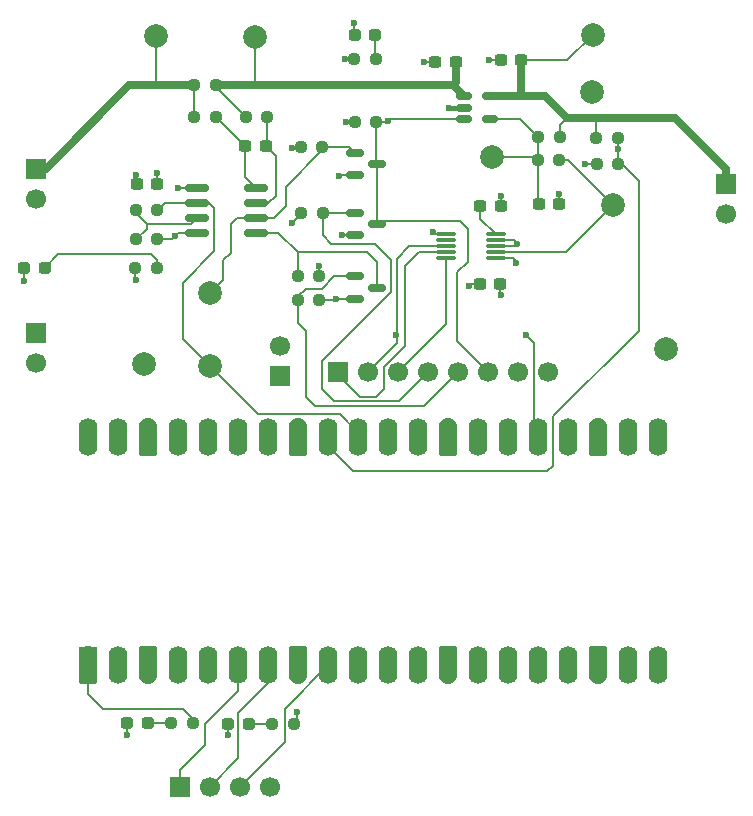
<source format=gbr>
%TF.GenerationSoftware,KiCad,Pcbnew,9.0.2-9.0.2-0~ubuntu24.04.1*%
%TF.CreationDate,2025-05-10T13:12:50-04:00*%
%TF.ProjectId,lt3014-test,6c743330-3134-42d7-9465-73742e6b6963,rev?*%
%TF.SameCoordinates,Original*%
%TF.FileFunction,Copper,L1,Top*%
%TF.FilePolarity,Positive*%
%FSLAX46Y46*%
G04 Gerber Fmt 4.6, Leading zero omitted, Abs format (unit mm)*
G04 Created by KiCad (PCBNEW 9.0.2-9.0.2-0~ubuntu24.04.1) date 2025-05-10 13:12:50*
%MOMM*%
%LPD*%
G01*
G04 APERTURE LIST*
G04 Aperture macros list*
%AMRoundRect*
0 Rectangle with rounded corners*
0 $1 Rounding radius*
0 $2 $3 $4 $5 $6 $7 $8 $9 X,Y pos of 4 corners*
0 Add a 4 corners polygon primitive as box body*
4,1,4,$2,$3,$4,$5,$6,$7,$8,$9,$2,$3,0*
0 Add four circle primitives for the rounded corners*
1,1,$1+$1,$2,$3*
1,1,$1+$1,$4,$5*
1,1,$1+$1,$6,$7*
1,1,$1+$1,$8,$9*
0 Add four rect primitives between the rounded corners*
20,1,$1+$1,$2,$3,$4,$5,0*
20,1,$1+$1,$4,$5,$6,$7,0*
20,1,$1+$1,$6,$7,$8,$9,0*
20,1,$1+$1,$8,$9,$2,$3,0*%
%AMFreePoly0*
4,1,37,0.800000,0.796148,0.878414,0.796148,1.032228,0.765552,1.177117,0.705537,1.307515,0.618408,1.418408,0.507515,1.505537,0.377117,1.565552,0.232228,1.596148,0.078414,1.596148,-0.078414,1.565552,-0.232228,1.505537,-0.377117,1.418408,-0.507515,1.307515,-0.618408,1.177117,-0.705537,1.032228,-0.765552,0.878414,-0.796148,0.800000,-0.796148,0.800000,-0.800000,-1.400000,-0.800000,
-1.403843,-0.796157,-1.439018,-0.796157,-1.511114,-0.766294,-1.566294,-0.711114,-1.596157,-0.639018,-1.596157,-0.603843,-1.600000,-0.600000,-1.600000,0.600000,-1.596157,0.603843,-1.596157,0.639018,-1.566294,0.711114,-1.511114,0.766294,-1.439018,0.796157,-1.403843,0.796157,-1.400000,0.800000,0.800000,0.800000,0.800000,0.796148,0.800000,0.796148,$1*%
%AMFreePoly1*
4,1,37,1.403843,0.796157,1.439018,0.796157,1.511114,0.766294,1.566294,0.711114,1.596157,0.639018,1.596157,0.603843,1.600000,0.600000,1.600000,-0.600000,1.596157,-0.603843,1.596157,-0.639018,1.566294,-0.711114,1.511114,-0.766294,1.439018,-0.796157,1.403843,-0.796157,1.400000,-0.800000,-0.800000,-0.800000,-0.800000,-0.796148,-0.878414,-0.796148,-1.032228,-0.765552,-1.177117,-0.705537,
-1.307515,-0.618408,-1.418408,-0.507515,-1.505537,-0.377117,-1.565552,-0.232228,-1.596148,-0.078414,-1.596148,0.078414,-1.565552,0.232228,-1.505537,0.377117,-1.418408,0.507515,-1.307515,0.618408,-1.177117,0.705537,-1.032228,0.765552,-0.878414,0.796148,-0.800000,0.796148,-0.800000,0.800000,1.400000,0.800000,1.403843,0.796157,1.403843,0.796157,$1*%
%AMFreePoly2*
4,1,37,0.603843,0.796157,0.639018,0.796157,0.711114,0.766294,0.766294,0.711114,0.796157,0.639018,0.796157,0.603843,0.800000,0.600000,0.800000,-0.600000,0.796157,-0.603843,0.796157,-0.639018,0.766294,-0.711114,0.711114,-0.766294,0.639018,-0.796157,0.603843,-0.796157,0.600000,-0.800000,0.000000,-0.800000,0.000000,-0.796148,-0.078414,-0.796148,-0.232228,-0.765552,-0.377117,-0.705537,
-0.507515,-0.618408,-0.618408,-0.507515,-0.705537,-0.377117,-0.765552,-0.232228,-0.796148,-0.078414,-0.796148,0.078414,-0.765552,0.232228,-0.705537,0.377117,-0.618408,0.507515,-0.507515,0.618408,-0.377117,0.705537,-0.232228,0.765552,-0.078414,0.796148,0.000000,0.796148,0.000000,0.800000,0.600000,0.800000,0.603843,0.796157,0.603843,0.796157,$1*%
%AMFreePoly3*
4,1,37,0.000000,0.796148,0.078414,0.796148,0.232228,0.765552,0.377117,0.705537,0.507515,0.618408,0.618408,0.507515,0.705537,0.377117,0.765552,0.232228,0.796148,0.078414,0.796148,-0.078414,0.765552,-0.232228,0.705537,-0.377117,0.618408,-0.507515,0.507515,-0.618408,0.377117,-0.705537,0.232228,-0.765552,0.078414,-0.796148,0.000000,-0.796148,0.000000,-0.800000,-0.600000,-0.800000,
-0.603843,-0.796157,-0.639018,-0.796157,-0.711114,-0.766294,-0.766294,-0.711114,-0.796157,-0.639018,-0.796157,-0.603843,-0.800000,-0.600000,-0.800000,0.600000,-0.796157,0.603843,-0.796157,0.639018,-0.766294,0.711114,-0.711114,0.766294,-0.639018,0.796157,-0.603843,0.796157,-0.600000,0.800000,0.000000,0.800000,0.000000,0.796148,0.000000,0.796148,$1*%
G04 Aperture macros list end*
%TA.AperFunction,SMDPad,CuDef*%
%ADD10RoundRect,0.150000X-0.587500X-0.150000X0.587500X-0.150000X0.587500X0.150000X-0.587500X0.150000X0*%
%TD*%
%TA.AperFunction,ComponentPad*%
%ADD11C,2.000000*%
%TD*%
%TA.AperFunction,SMDPad,CuDef*%
%ADD12RoundRect,0.237500X-0.300000X-0.237500X0.300000X-0.237500X0.300000X0.237500X-0.300000X0.237500X0*%
%TD*%
%TA.AperFunction,SMDPad,CuDef*%
%ADD13RoundRect,0.237500X0.250000X0.237500X-0.250000X0.237500X-0.250000X-0.237500X0.250000X-0.237500X0*%
%TD*%
%TA.AperFunction,SMDPad,CuDef*%
%ADD14RoundRect,0.237500X-0.250000X-0.237500X0.250000X-0.237500X0.250000X0.237500X-0.250000X0.237500X0*%
%TD*%
%TA.AperFunction,SMDPad,CuDef*%
%ADD15RoundRect,0.237500X0.300000X0.237500X-0.300000X0.237500X-0.300000X-0.237500X0.300000X-0.237500X0*%
%TD*%
%TA.AperFunction,SMDPad,CuDef*%
%ADD16RoundRect,0.237500X-0.287500X-0.237500X0.287500X-0.237500X0.287500X0.237500X-0.287500X0.237500X0*%
%TD*%
%TA.AperFunction,ComponentPad*%
%ADD17R,1.700000X1.700000*%
%TD*%
%TA.AperFunction,ComponentPad*%
%ADD18C,1.700000*%
%TD*%
%TA.AperFunction,SMDPad,CuDef*%
%ADD19RoundRect,0.150000X-0.825000X-0.150000X0.825000X-0.150000X0.825000X0.150000X-0.825000X0.150000X0*%
%TD*%
%TA.AperFunction,SMDPad,CuDef*%
%ADD20RoundRect,0.150000X-0.512500X-0.150000X0.512500X-0.150000X0.512500X0.150000X-0.512500X0.150000X0*%
%TD*%
%TA.AperFunction,SMDPad,CuDef*%
%ADD21FreePoly0,90.000000*%
%TD*%
%TA.AperFunction,ComponentPad*%
%ADD22RoundRect,0.200000X0.600000X-0.600000X0.600000X0.600000X-0.600000X0.600000X-0.600000X-0.600000X0*%
%TD*%
%TA.AperFunction,SMDPad,CuDef*%
%ADD23RoundRect,0.800000X0.000010X-0.800000X0.000010X0.800000X-0.000010X0.800000X-0.000010X-0.800000X0*%
%TD*%
%TA.AperFunction,ComponentPad*%
%ADD24C,1.600000*%
%TD*%
%TA.AperFunction,SMDPad,CuDef*%
%ADD25FreePoly1,90.000000*%
%TD*%
%TA.AperFunction,ComponentPad*%
%ADD26FreePoly2,90.000000*%
%TD*%
%TA.AperFunction,ComponentPad*%
%ADD27FreePoly3,90.000000*%
%TD*%
%TA.AperFunction,SMDPad,CuDef*%
%ADD28RoundRect,0.087500X0.725000X0.087500X-0.725000X0.087500X-0.725000X-0.087500X0.725000X-0.087500X0*%
%TD*%
%TA.AperFunction,ViaPad*%
%ADD29C,0.600000*%
%TD*%
%TA.AperFunction,Conductor*%
%ADD30C,0.200000*%
%TD*%
%TA.AperFunction,Conductor*%
%ADD31C,0.635000*%
%TD*%
%TA.AperFunction,Conductor*%
%ADD32C,0.381000*%
%TD*%
G04 APERTURE END LIST*
D10*
%TO.P,Q5,1,G*%
%TO.N,/RESET*%
X113390200Y-67543600D03*
%TO.P,Q5,2,S*%
%TO.N,GND*%
X113390200Y-69443600D03*
%TO.P,Q5,3,D*%
%TO.N,Net-(Q5-D)*%
X115265200Y-68493600D03*
%TD*%
D11*
%TO.P,TP7,1,1*%
%TO.N,/IMON*%
X101092000Y-75133200D03*
%TD*%
D12*
%TO.P,C8,1*%
%TO.N,Net-(U1-ADJ)*%
X128932700Y-61442600D03*
%TO.P,C8,2*%
%TO.N,GND*%
X130657700Y-61442600D03*
%TD*%
D13*
%TO.P,R14,1*%
%TO.N,Net-(U3-V_{IN-})*%
X105971100Y-54051200D03*
%TO.P,R14,2*%
%TO.N,Net-(U1-VIN)*%
X104146100Y-54051200D03*
%TD*%
D14*
%TO.P,R9,1*%
%TO.N,Net-(J1-Pin_1)*%
X133838700Y-55854600D03*
%TO.P,R9,2*%
%TO.N,/VSENSE*%
X135663700Y-55854600D03*
%TD*%
D15*
%TO.P,C4,1*%
%TO.N,Net-(U1-VIN)*%
X121921200Y-49377600D03*
%TO.P,C4,2*%
%TO.N,GND*%
X120196200Y-49377600D03*
%TD*%
D16*
%TO.P,D1,1,K*%
%TO.N,/SHDN*%
X113374200Y-47091600D03*
%TO.P,D1,2,A*%
%TO.N,Net-(D1-A)*%
X115124200Y-47091600D03*
%TD*%
D17*
%TO.P,J3,1,Pin_1*%
%TO.N,+3.3V*%
X86360000Y-72385000D03*
D18*
%TO.P,J3,2,Pin_2*%
%TO.N,GND*%
X86360000Y-74925000D03*
%TD*%
D14*
%TO.P,R3,1*%
%TO.N,Net-(U1-ADJ)*%
X128881500Y-57658000D03*
%TO.P,R3,2*%
%TO.N,Net-(U4-A)*%
X130706500Y-57658000D03*
%TD*%
D17*
%TO.P,J2,1,Pin_1*%
%TO.N,Net-(J2-Pin_1)*%
X86360000Y-58420000D03*
D18*
%TO.P,J2,2,Pin_2*%
%TO.N,GND*%
X86360000Y-60960000D03*
%TD*%
D15*
%TO.P,C5,1*%
%TO.N,Net-(J1-Pin_1)*%
X127482700Y-49250600D03*
%TO.P,C5,2*%
%TO.N,GND*%
X125757700Y-49250600D03*
%TD*%
D13*
%TO.P,R10,1*%
%TO.N,/VSENSE*%
X135687200Y-58013600D03*
%TO.P,R10,2*%
%TO.N,GND*%
X133862200Y-58013600D03*
%TD*%
D14*
%TO.P,R4,1*%
%TO.N,+3.3V*%
X108815500Y-56591200D03*
%TO.P,R4,2*%
%TO.N,Net-(Q3-G)*%
X110640500Y-56591200D03*
%TD*%
D12*
%TO.P,C10,1*%
%TO.N,Net-(U3-V_{IN+})*%
X104094500Y-56489600D03*
%TO.P,C10,2*%
%TO.N,Net-(U3-V_{IN-})*%
X105819500Y-56489600D03*
%TD*%
D13*
%TO.P,R13,1*%
%TO.N,Net-(U3-V_{IN+})*%
X101627700Y-54051200D03*
%TO.P,R13,2*%
%TO.N,Net-(J2-Pin_1)*%
X99802700Y-54051200D03*
%TD*%
D14*
%TO.P,R16,1*%
%TO.N,/RESET*%
X108563400Y-69545200D03*
%TO.P,R16,2*%
%TO.N,GND*%
X110388400Y-69545200D03*
%TD*%
D16*
%TO.P,D3,1,K*%
%TO.N,GND*%
X94121000Y-105359200D03*
%TO.P,D3,2,A*%
%TO.N,Net-(D3-A)*%
X95871000Y-105359200D03*
%TD*%
D11*
%TO.P,TP4,1,1*%
%TO.N,Net-(J1-Pin_1)*%
X133504700Y-47091600D03*
%TD*%
D16*
%TO.P,D2,1,K*%
%TO.N,GND*%
X85383400Y-66802000D03*
%TO.P,D2,2,A*%
%TO.N,Net-(D2-A)*%
X87133400Y-66802000D03*
%TD*%
D13*
%TO.P,R15,1*%
%TO.N,+3.3V*%
X110386500Y-67513200D03*
%TO.P,R15,2*%
%TO.N,Net-(Q5-D)*%
X108561500Y-67513200D03*
%TD*%
D19*
%TO.P,U3,1,V_{s}*%
%TO.N,+3.3V*%
X100041700Y-60045600D03*
%TO.P,U3,2,OUT*%
%TO.N,/IMON*%
X100041700Y-61315600D03*
%TO.P,U3,3,CMP_{IN}*%
%TO.N,Net-(U3-CMP_{IN})*%
X100041700Y-62585600D03*
%TO.P,U3,4,GND*%
%TO.N,GND*%
X100041700Y-63855600D03*
%TO.P,U3,5,~{RESET}*%
%TO.N,Net-(Q5-D)*%
X104991700Y-63855600D03*
%TO.P,U3,6,CMP_{OUT}*%
%TO.N,Net-(Q3-G)*%
X104991700Y-62585600D03*
%TO.P,U3,7,V_{IN-}*%
%TO.N,Net-(U3-V_{IN-})*%
X104991700Y-61315600D03*
%TO.P,U3,8,V_{IN+}*%
%TO.N,Net-(U3-V_{IN+})*%
X104991700Y-60045600D03*
%TD*%
D13*
%TO.P,R7,1*%
%TO.N,/SHUTDOWN*%
X110644700Y-62204600D03*
%TO.P,R7,2*%
%TO.N,GND*%
X108819700Y-62204600D03*
%TD*%
D17*
%TO.P,J5,1,Pin_1*%
%TO.N,/GP0{slash}TX*%
X98552000Y-110744000D03*
D18*
%TO.P,J5,2,Pin_2*%
%TO.N,/GP1{slash}RX*%
X101092000Y-110744000D03*
%TO.P,J5,3,Pin_3*%
%TO.N,/GP2*%
X103632000Y-110744000D03*
%TO.P,J5,4,Pin_4*%
%TO.N,GND*%
X106172000Y-110744000D03*
%TD*%
D13*
%TO.P,R17,1*%
%TO.N,/LED1*%
X99667700Y-105359200D03*
%TO.P,R17,2*%
%TO.N,Net-(D3-A)*%
X97842700Y-105359200D03*
%TD*%
%TO.P,R18,1*%
%TO.N,/LED2*%
X108227500Y-105410000D03*
%TO.P,R18,2*%
%TO.N,Net-(D4-A)*%
X106402500Y-105410000D03*
%TD*%
D20*
%TO.P,U1,1,VIN*%
%TO.N,Net-(U1-VIN)*%
X122582700Y-52303600D03*
%TO.P,U1,2,GND*%
%TO.N,GND*%
X122582700Y-53253600D03*
%TO.P,U1,3,~{SHDN}*%
%TO.N,/SHDN*%
X122582700Y-54203600D03*
%TO.P,U1,4,ADJ*%
%TO.N,Net-(U1-ADJ)*%
X124857700Y-54203600D03*
%TO.P,U1,5,VOUT*%
%TO.N,Net-(J1-Pin_1)*%
X124857700Y-52303600D03*
%TD*%
D11*
%TO.P,TP10,1,1*%
%TO.N,GND*%
X139700000Y-73660000D03*
%TD*%
D14*
%TO.P,R8,1*%
%TO.N,+3.3V*%
X94794700Y-66852800D03*
%TO.P,R8,2*%
%TO.N,Net-(D2-A)*%
X96619700Y-66852800D03*
%TD*%
D13*
%TO.P,R2,1*%
%TO.N,Net-(J1-Pin_1)*%
X130710700Y-55727600D03*
%TO.P,R2,2*%
%TO.N,Net-(U1-ADJ)*%
X128885700Y-55727600D03*
%TD*%
D17*
%TO.P,JP1,1,A*%
%TO.N,Net-(A1-3V3)*%
X107061000Y-75946000D03*
D18*
%TO.P,JP1,2,B*%
%TO.N,+3.3V*%
X107061000Y-73406000D03*
%TD*%
D14*
%TO.P,R12,1*%
%TO.N,Net-(U3-CMP_{IN})*%
X94847400Y-64414400D03*
%TO.P,R12,2*%
%TO.N,GND*%
X96672400Y-64414400D03*
%TD*%
%TO.P,R1,1*%
%TO.N,Net-(J2-Pin_1)*%
X99802700Y-51384200D03*
%TO.P,R1,2*%
%TO.N,Net-(U1-VIN)*%
X101627700Y-51384200D03*
%TD*%
D11*
%TO.P,TP9,1,1*%
%TO.N,GND*%
X95554800Y-74930000D03*
%TD*%
D14*
%TO.P,R6,1*%
%TO.N,+3.3V*%
X113338600Y-49149000D03*
%TO.P,R6,2*%
%TO.N,Net-(D1-A)*%
X115163600Y-49149000D03*
%TD*%
D13*
%TO.P,R11,1*%
%TO.N,/IMON*%
X96672400Y-61925200D03*
%TO.P,R11,2*%
%TO.N,Net-(U3-CMP_{IN})*%
X94847400Y-61925200D03*
%TD*%
D15*
%TO.P,C6,1*%
%TO.N,+3.3V*%
X125704700Y-68173600D03*
%TO.P,C6,2*%
%TO.N,GND*%
X123979700Y-68173600D03*
%TD*%
D16*
%TO.P,D4,1,K*%
%TO.N,GND*%
X102630000Y-105410000D03*
%TO.P,D4,2,A*%
%TO.N,Net-(D4-A)*%
X104380000Y-105410000D03*
%TD*%
D12*
%TO.P,C7,1*%
%TO.N,Net-(U4-EXT_CAP)*%
X124006200Y-61569600D03*
%TO.P,C7,2*%
%TO.N,GND*%
X125731200Y-61569600D03*
%TD*%
D11*
%TO.P,TP1,1,1*%
%TO.N,Net-(U4-A)*%
X135280400Y-61518800D03*
%TD*%
%TO.P,TP3,1,1*%
%TO.N,Net-(U1-VIN)*%
X104902000Y-47244000D03*
%TD*%
D15*
%TO.P,C9,1*%
%TO.N,+3.3V*%
X96622800Y-59766200D03*
%TO.P,C9,2*%
%TO.N,GND*%
X94897800Y-59766200D03*
%TD*%
D21*
%TO.P,A1,1,GPIO0*%
%TO.N,/LED1*%
X90805000Y-100495000D03*
D22*
X90805000Y-99695000D03*
D23*
%TO.P,A1,2,GPIO1*%
%TO.N,/LED2*%
X93345000Y-100495000D03*
D24*
X93345000Y-99695000D03*
D25*
%TO.P,A1,3,GND*%
%TO.N,GND*%
X95885000Y-100495000D03*
D26*
X95885000Y-99695000D03*
D23*
%TO.P,A1,4,GPIO2*%
%TO.N,unconnected-(A1-GPIO2-Pad4)*%
X98425000Y-100495000D03*
D24*
X98425000Y-99695000D03*
D23*
%TO.P,A1,5,GPIO3*%
%TO.N,unconnected-(A1-GPIO3-Pad5)*%
X100965000Y-100495000D03*
D24*
X100965000Y-99695000D03*
D23*
%TO.P,A1,6,GPIO4*%
%TO.N,/GP0{slash}TX*%
X103505000Y-100495000D03*
D24*
X103505000Y-99695000D03*
D23*
%TO.P,A1,7,GPIO5*%
%TO.N,/GP1{slash}RX*%
X106045000Y-100495000D03*
D24*
X106045000Y-99695000D03*
D25*
%TO.P,A1,8,GND*%
%TO.N,GND*%
X108585000Y-100495000D03*
D26*
X108585000Y-99695000D03*
D23*
%TO.P,A1,9,GPIO6*%
%TO.N,/GP2*%
X111125000Y-100495000D03*
D24*
X111125000Y-99695000D03*
D23*
%TO.P,A1,10,GPIO7*%
%TO.N,unconnected-(A1-GPIO7-Pad10)*%
X113665000Y-100495000D03*
D24*
X113665000Y-99695000D03*
D23*
%TO.P,A1,11,GPIO8*%
%TO.N,unconnected-(A1-GPIO8-Pad11)*%
X116205000Y-100495000D03*
D24*
X116205000Y-99695000D03*
D23*
%TO.P,A1,12,GPIO9*%
%TO.N,unconnected-(A1-GPIO9-Pad12)*%
X118745000Y-100495000D03*
D24*
X118745000Y-99695000D03*
D25*
%TO.P,A1,13,GND*%
%TO.N,GND*%
X121285000Y-100495000D03*
D26*
X121285000Y-99695000D03*
D23*
%TO.P,A1,14,GPIO10*%
%TO.N,unconnected-(A1-GPIO10-Pad14)*%
X123825000Y-100495000D03*
D24*
X123825000Y-99695000D03*
D23*
%TO.P,A1,15,GPIO11*%
%TO.N,unconnected-(A1-GPIO11-Pad15)*%
X126365000Y-100495000D03*
D24*
X126365000Y-99695000D03*
D23*
%TO.P,A1,16,GPIO12*%
%TO.N,unconnected-(A1-GPIO12-Pad16)*%
X128905000Y-100495000D03*
D24*
X128905000Y-99695000D03*
D23*
%TO.P,A1,17,GPIO13*%
%TO.N,unconnected-(A1-GPIO13-Pad17)*%
X131445000Y-100495000D03*
D24*
X131445000Y-99695000D03*
D25*
%TO.P,A1,18,GND*%
%TO.N,GND*%
X133985000Y-100495000D03*
D26*
X133985000Y-99695000D03*
D23*
%TO.P,A1,19,GPIO14*%
%TO.N,unconnected-(A1-GPIO14-Pad19)*%
X136525000Y-100495000D03*
D24*
X136525000Y-99695000D03*
D23*
%TO.P,A1,20,GPIO15*%
%TO.N,unconnected-(A1-GPIO15-Pad20)*%
X139065000Y-100495000D03*
D24*
X139065000Y-99695000D03*
%TO.P,A1,21,GPIO16*%
%TO.N,unconnected-(A1-GPIO16-Pad21)*%
X139065000Y-81915000D03*
D23*
X139065000Y-81115000D03*
D24*
%TO.P,A1,22,GPIO17*%
%TO.N,/~{SYNC}*%
X136525000Y-81915000D03*
D23*
X136525000Y-81115000D03*
D27*
%TO.P,A1,23,GND*%
%TO.N,GND*%
X133985000Y-81915000D03*
D21*
X133985000Y-81115000D03*
D24*
%TO.P,A1,24,GPIO18*%
%TO.N,/SCLK*%
X131445000Y-81915000D03*
D23*
X131445000Y-81115000D03*
D24*
%TO.P,A1,25,GPIO19*%
%TO.N,/SDA*%
X128905000Y-81915000D03*
D23*
X128905000Y-81115000D03*
D24*
%TO.P,A1,26,GPIO20*%
%TO.N,/RESET*%
X126365000Y-81915000D03*
D23*
X126365000Y-81115000D03*
D24*
%TO.P,A1,27,GPIO21*%
%TO.N,/SHDN*%
X123825000Y-81915000D03*
D23*
X123825000Y-81115000D03*
D27*
%TO.P,A1,28,GND*%
%TO.N,GND*%
X121285000Y-81915000D03*
D21*
X121285000Y-81115000D03*
D24*
%TO.P,A1,29,GPIO22*%
%TO.N,/SHUTDOWN*%
X118745000Y-81915000D03*
D23*
X118745000Y-81115000D03*
D24*
%TO.P,A1,30,RUN*%
%TO.N,unconnected-(A1-RUN-Pad30)*%
X116205000Y-81915000D03*
D23*
X116205000Y-81115000D03*
D24*
%TO.P,A1,31,GPIO26_ADC0*%
%TO.N,/IMON*%
X113665000Y-81915000D03*
D23*
X113665000Y-81115000D03*
D24*
%TO.P,A1,32,GPIO27_ADC1*%
%TO.N,/VSENSE*%
X111125000Y-81915000D03*
D23*
X111125000Y-81115000D03*
D27*
%TO.P,A1,33,AGND*%
%TO.N,GND*%
X108585000Y-81915000D03*
D21*
X108585000Y-81115000D03*
D24*
%TO.P,A1,34,GPIO28_ADC2*%
%TO.N,unconnected-(A1-GPIO28_ADC2-Pad34)*%
X106045000Y-81915000D03*
D23*
X106045000Y-81115000D03*
D24*
%TO.P,A1,35,ADC_VREF*%
%TO.N,unconnected-(A1-ADC_VREF-Pad35)*%
X103505000Y-81915000D03*
D23*
X103505000Y-81115000D03*
D24*
%TO.P,A1,36,3V3*%
%TO.N,Net-(A1-3V3)*%
X100965000Y-81915000D03*
D23*
X100965000Y-81115000D03*
D24*
%TO.P,A1,37,3V3_EN*%
%TO.N,unconnected-(A1-3V3_EN-Pad37)*%
X98425000Y-81915000D03*
D23*
X98425000Y-81115000D03*
D27*
%TO.P,A1,38,GND*%
%TO.N,GND*%
X95885000Y-81915000D03*
D21*
X95885000Y-81115000D03*
D24*
%TO.P,A1,39,VSYS*%
%TO.N,unconnected-(A1-VSYS-Pad39)*%
X93345000Y-81915000D03*
D23*
X93345000Y-81115000D03*
D24*
%TO.P,A1,40,VBUS*%
%TO.N,unconnected-(A1-VBUS-Pad40)*%
X90805000Y-81915000D03*
D23*
X90805000Y-81115000D03*
%TD*%
D11*
%TO.P,TP8,1,1*%
%TO.N,Net-(Q3-G)*%
X101092000Y-68986400D03*
%TD*%
D28*
%TO.P,U4,1,VDD*%
%TO.N,+3.3V*%
X125330200Y-65998600D03*
%TO.P,U4,2,A*%
%TO.N,Net-(U4-A)*%
X125330200Y-65498600D03*
%TO.P,U4,3,W*%
%TO.N,GND*%
X125330200Y-64998600D03*
%TO.P,U4,4,VSS*%
X125330200Y-64498600D03*
%TO.P,U4,5,EXT_CAP*%
%TO.N,Net-(U4-EXT_CAP)*%
X125330200Y-63998600D03*
%TO.P,U4,6,GND*%
%TO.N,GND*%
X121105200Y-63998600D03*
%TO.P,U4,7,SDO*%
%TO.N,unconnected-(U4-SDO-Pad7)*%
X121105200Y-64498600D03*
%TO.P,U4,8,DIN*%
%TO.N,/SDA*%
X121105200Y-64998600D03*
%TO.P,U4,9,SCLK*%
%TO.N,/SCLK*%
X121105200Y-65498600D03*
%TO.P,U4,10,~{SYNC}*%
%TO.N,/~{SYNC}*%
X121105200Y-65998600D03*
%TD*%
D11*
%TO.P,TP5,1,1*%
%TO.N,Net-(J2-Pin_1)*%
X96547700Y-47218600D03*
%TD*%
D17*
%TO.P,J4,1,Pin_1*%
%TO.N,/SCLK*%
X111963200Y-75641200D03*
D18*
%TO.P,J4,2,Pin_2*%
%TO.N,/SDA*%
X114503200Y-75641200D03*
%TO.P,J4,3,Pin_3*%
%TO.N,/~{SYNC}*%
X117043200Y-75641200D03*
%TO.P,J4,4,Pin_4*%
%TO.N,/SHUTDOWN*%
X119583200Y-75641200D03*
%TO.P,J4,5,Pin_5*%
%TO.N,/RESET*%
X122123200Y-75641200D03*
%TO.P,J4,6,Pin_6*%
%TO.N,/SHDN*%
X124663200Y-75641200D03*
%TO.P,J4,7,Pin_7*%
%TO.N,unconnected-(J4-Pin_7-Pad7)*%
X127203200Y-75641200D03*
%TO.P,J4,8,Pin_8*%
%TO.N,GND*%
X129743200Y-75641200D03*
%TD*%
D11*
%TO.P,TP2,1,1*%
%TO.N,Net-(U1-ADJ)*%
X124968000Y-57404000D03*
%TD*%
D10*
%TO.P,Q3,1,G*%
%TO.N,Net-(Q3-G)*%
X113390200Y-57063600D03*
%TO.P,Q3,2,S*%
%TO.N,GND*%
X113390200Y-58963600D03*
%TO.P,Q3,3,D*%
%TO.N,/SHDN*%
X115265200Y-58013600D03*
%TD*%
D17*
%TO.P,J1,1,Pin_1*%
%TO.N,Net-(J1-Pin_1)*%
X144780000Y-59690000D03*
D18*
%TO.P,J1,2,Pin_2*%
%TO.N,GND*%
X144780000Y-62230000D03*
%TD*%
D10*
%TO.P,Q4,1,G*%
%TO.N,/SHUTDOWN*%
X113390200Y-62143600D03*
%TO.P,Q4,2,S*%
%TO.N,GND*%
X113390200Y-64043600D03*
%TO.P,Q4,3,D*%
%TO.N,/SHDN*%
X115265200Y-63093600D03*
%TD*%
D14*
%TO.P,R5,1*%
%TO.N,+3.3V*%
X113387500Y-54483000D03*
%TO.P,R5,2*%
%TO.N,/SHDN*%
X115212500Y-54483000D03*
%TD*%
D11*
%TO.P,TP6,1,1*%
%TO.N,/VSENSE*%
X133502400Y-51917600D03*
%TD*%
D29*
%TO.N,/SHDN*%
X113284000Y-46101000D03*
X116205000Y-54356000D03*
%TO.N,/SDA*%
X116840000Y-72517000D03*
X127889000Y-72517000D03*
%TO.N,/LED2*%
X108458000Y-104394000D03*
%TO.N,/VSENSE*%
X135663700Y-56769000D03*
%TO.N,GND*%
X132842000Y-58039000D03*
X112014000Y-59055000D03*
X121325600Y-53253600D03*
X112268000Y-64008000D03*
X94121000Y-106412000D03*
X119253000Y-49403000D03*
X120015000Y-63754000D03*
X124739400Y-49250600D03*
X130683000Y-60579000D03*
X111760000Y-69469000D03*
X125730000Y-60706000D03*
X123063000Y-68326000D03*
X85344000Y-67945000D03*
X98171000Y-64135000D03*
X102630000Y-106412000D03*
X127127000Y-64770000D03*
X94869000Y-58928000D03*
X108077000Y-62992000D03*
%TO.N,+3.3V*%
X94869000Y-67818000D03*
X96622800Y-58825200D03*
X98425000Y-60071000D03*
X125730000Y-69088000D03*
X127000000Y-66421000D03*
X108077000Y-56642000D03*
X110363000Y-66675000D03*
X112649000Y-54483000D03*
X112522000Y-49149000D03*
%TD*%
D30*
%TO.N,/IMON*%
X105167800Y-79209000D02*
X112090370Y-79209000D01*
X101473000Y-61771901D02*
X101473000Y-65405000D01*
X100041700Y-61315600D02*
X97282000Y-61315600D01*
X101092000Y-75133200D02*
X105167800Y-79209000D01*
X101016699Y-61315600D02*
X101473000Y-61771901D01*
X113665000Y-80783630D02*
X113665000Y-81915000D01*
X101473000Y-65405000D02*
X98806000Y-68072000D01*
X100041700Y-61315600D02*
X101016699Y-61315600D01*
X112090370Y-79209000D02*
X113665000Y-80783630D01*
X98806000Y-72847200D02*
X101092000Y-75133200D01*
X97282000Y-61315600D02*
X96672400Y-61925200D01*
X98806000Y-68072000D02*
X98806000Y-72847200D01*
%TO.N,/SHDN*%
X115493800Y-62865000D02*
X115265200Y-63093600D01*
X113284000Y-47001400D02*
X113374200Y-47091600D01*
X124663200Y-75641200D02*
X122047000Y-73025000D01*
X122936000Y-66294000D02*
X122936000Y-63500000D01*
X122936000Y-63500000D02*
X122301000Y-62865000D01*
X122301000Y-62865000D02*
X115493800Y-62865000D01*
X115212500Y-54483000D02*
X116078000Y-54483000D01*
X116078000Y-54483000D02*
X116205000Y-54356000D01*
X122047000Y-73025000D02*
X122047000Y-67183000D01*
X115212500Y-57960900D02*
X115265200Y-58013600D01*
X122582700Y-54203600D02*
X116357400Y-54203600D01*
X116357400Y-54203600D02*
X116205000Y-54356000D01*
X115265200Y-58013600D02*
X115265200Y-63093600D01*
X115212500Y-54483000D02*
X115212500Y-57960900D01*
X113284000Y-46101000D02*
X113284000Y-47001400D01*
X122047000Y-67183000D02*
X122936000Y-66294000D01*
%TO.N,/RESET*%
X109220000Y-77724000D02*
X109220000Y-72136000D01*
X108563400Y-69545200D02*
X108563400Y-69236600D01*
X108563400Y-69236600D02*
X109220000Y-68580000D01*
X119238400Y-78526000D02*
X110022000Y-78526000D01*
X109220000Y-72136000D02*
X108563400Y-71479400D01*
X111653400Y-67543600D02*
X113390200Y-67543600D01*
X110617000Y-68580000D02*
X111653400Y-67543600D01*
X122123200Y-75641200D02*
X119238400Y-78526000D01*
X108563400Y-71479400D02*
X108563400Y-69545200D01*
X109220000Y-68580000D02*
X110617000Y-68580000D01*
X110022000Y-78526000D02*
X109220000Y-77724000D01*
%TO.N,/SDA*%
X116967000Y-66040000D02*
X116967000Y-73177400D01*
X118008400Y-64998600D02*
X116967000Y-66040000D01*
X128592200Y-81602200D02*
X128592200Y-73220200D01*
X121105200Y-64998600D02*
X118008400Y-64998600D01*
X128905000Y-81915000D02*
X128592200Y-81602200D01*
X128592200Y-73220200D02*
X127889000Y-72517000D01*
X116967000Y-73177400D02*
X114503200Y-75641200D01*
%TO.N,/LED2*%
X108458000Y-105179500D02*
X108227500Y-105410000D01*
X108458000Y-104394000D02*
X108458000Y-105179500D01*
%TO.N,/VSENSE*%
X130175000Y-83566000D02*
X130175000Y-79375000D01*
X135663700Y-57990100D02*
X135687200Y-58013600D01*
X130175000Y-79375000D02*
X137414000Y-72136000D01*
X135663700Y-56769000D02*
X135663700Y-57990100D01*
X137414000Y-72136000D02*
X137414000Y-59436000D01*
X135991600Y-58013600D02*
X135687200Y-58013600D01*
X113258109Y-84048109D02*
X129692891Y-84048109D01*
X135663700Y-55854600D02*
X135663700Y-56769000D01*
X137414000Y-59436000D02*
X135991600Y-58013600D01*
X129692891Y-84048109D02*
X130175000Y-83566000D01*
X111125000Y-81915000D02*
X113258109Y-84048109D01*
%TO.N,/GP0{slash}TX*%
X103505000Y-102616000D02*
X100711000Y-105410000D01*
X100711000Y-107188000D02*
X98552000Y-109347000D01*
X103505000Y-99695000D02*
X103505000Y-102616000D01*
X98552000Y-109347000D02*
X98552000Y-110744000D01*
X100711000Y-105410000D02*
X100711000Y-107188000D01*
D31*
%TO.N,Net-(U1-VIN)*%
X121921200Y-49377600D02*
X121921200Y-51126300D01*
X121921200Y-51126300D02*
X121663300Y-51384200D01*
X104902000Y-51384200D02*
X121663300Y-51384200D01*
X121663300Y-51384200D02*
X122582700Y-52303600D01*
D30*
X104146100Y-54051200D02*
X101627700Y-51532800D01*
D31*
X101627700Y-51384200D02*
X104902000Y-51384200D01*
D30*
X104902000Y-47244000D02*
X104902000Y-51384200D01*
X101627700Y-51532800D02*
X101627700Y-51384200D01*
%TO.N,/GP2*%
X107439000Y-104181000D02*
X107439000Y-106937000D01*
X111125000Y-100495000D02*
X107439000Y-104181000D01*
X107439000Y-106937000D02*
X103632000Y-110744000D01*
%TO.N,Net-(U3-V_{IN+})*%
X101627700Y-54051200D02*
X101656100Y-54051200D01*
X101656100Y-54051200D02*
X104094500Y-56489600D01*
X104991700Y-60045600D02*
X104094500Y-59148400D01*
X104094500Y-59148400D02*
X104094500Y-56489600D01*
%TO.N,Net-(U3-V_{IN-})*%
X105971100Y-56338000D02*
X105819500Y-56489600D01*
X106680000Y-60706000D02*
X106680000Y-57350100D01*
X105971100Y-54051200D02*
X105971100Y-56338000D01*
X106070400Y-61315600D02*
X106680000Y-60706000D01*
X106680000Y-57350100D02*
X105819500Y-56489600D01*
X104991700Y-61315600D02*
X106070400Y-61315600D01*
%TO.N,/LED1*%
X99667700Y-105001700D02*
X99667700Y-105359200D01*
X92075000Y-104140000D02*
X98806000Y-104140000D01*
X90805000Y-102870000D02*
X92075000Y-104140000D01*
X90805000Y-100495000D02*
X90805000Y-102870000D01*
X98806000Y-104140000D02*
X99667700Y-105001700D01*
%TO.N,Net-(D2-A)*%
X87133400Y-66802000D02*
X88276400Y-65659000D01*
X96139000Y-65659000D02*
X96619700Y-66139700D01*
X88276400Y-65659000D02*
X96139000Y-65659000D01*
X96619700Y-66139700D02*
X96619700Y-66852800D01*
%TO.N,/GP1{slash}RX*%
X106045000Y-99695000D02*
X106045000Y-101987000D01*
X103505000Y-108331000D02*
X101092000Y-110744000D01*
X103505000Y-104527000D02*
X103505000Y-108331000D01*
X106045000Y-101987000D02*
X103505000Y-104527000D01*
%TO.N,Net-(Q3-G)*%
X106578400Y-62585600D02*
X107569000Y-61595000D01*
X107569000Y-61595000D02*
X107569000Y-59944000D01*
X102235000Y-66167000D02*
X102235000Y-67843400D01*
X107569000Y-59944000D02*
X110640500Y-56872500D01*
X112917800Y-56591200D02*
X113390200Y-57063600D01*
X102870000Y-63119000D02*
X102870000Y-65532000D01*
X102235000Y-67843400D02*
X101092000Y-68986400D01*
X104991700Y-62585600D02*
X106578400Y-62585600D01*
X104991700Y-62585600D02*
X103403400Y-62585600D01*
X110640500Y-56591200D02*
X112917800Y-56591200D01*
X103403400Y-62585600D02*
X102870000Y-63119000D01*
X110640500Y-56872500D02*
X110640500Y-56591200D01*
X102870000Y-65532000D02*
X102235000Y-66167000D01*
%TO.N,GND*%
X108819700Y-62249300D02*
X108077000Y-62992000D01*
X125330200Y-64498600D02*
X126855600Y-64498600D01*
X120196200Y-49377600D02*
X119278400Y-49377600D01*
X132867400Y-58013600D02*
X132842000Y-58039000D01*
X94897800Y-58956800D02*
X94869000Y-58928000D01*
X113390200Y-69443600D02*
X111785400Y-69443600D01*
X85383400Y-66802000D02*
X85383400Y-67905600D01*
X113390200Y-64043600D02*
X112303600Y-64043600D01*
X130657700Y-60604300D02*
X130683000Y-60579000D01*
X94107000Y-106426000D02*
X94121000Y-106412000D01*
X98450400Y-63855600D02*
X98171000Y-64135000D01*
D32*
X121285000Y-53213000D02*
X121325600Y-53253600D01*
D30*
X120259600Y-63998600D02*
X120015000Y-63754000D01*
X97891600Y-64414400D02*
X98171000Y-64135000D01*
X102630000Y-105410000D02*
X102630000Y-106412000D01*
X100041700Y-63855600D02*
X98450400Y-63855600D01*
X124714000Y-49276000D02*
X124739400Y-49250600D01*
X112105400Y-58963600D02*
X112014000Y-59055000D01*
X113390200Y-58963600D02*
X112105400Y-58963600D01*
X125731200Y-61569600D02*
X125731200Y-60707200D01*
X96672400Y-64414400D02*
X97891600Y-64414400D01*
X123215400Y-68173600D02*
X123063000Y-68326000D01*
X126855600Y-64498600D02*
X127127000Y-64770000D01*
X85383400Y-67905600D02*
X85344000Y-67945000D01*
X125757700Y-49250600D02*
X124739400Y-49250600D01*
X111785400Y-69443600D02*
X111760000Y-69469000D01*
X123979700Y-68173600D02*
X123215400Y-68173600D01*
X102616000Y-106426000D02*
X102630000Y-106412000D01*
X112303600Y-64043600D02*
X112268000Y-64008000D01*
X125731200Y-60707200D02*
X125730000Y-60706000D01*
X119278400Y-49377600D02*
X119253000Y-49403000D01*
X110388400Y-69545200D02*
X111683800Y-69545200D01*
D32*
X122582700Y-53253600D02*
X121325600Y-53253600D01*
D30*
X111683800Y-69545200D02*
X111760000Y-69469000D01*
X94897800Y-59766200D02*
X94897800Y-58956800D01*
X108819700Y-62204600D02*
X108819700Y-62249300D01*
X94121000Y-105359200D02*
X94121000Y-106412000D01*
X133862200Y-58013600D02*
X132867400Y-58013600D01*
X121105200Y-63998600D02*
X120259600Y-63998600D01*
X126898400Y-64998600D02*
X127127000Y-64770000D01*
X130657700Y-61442600D02*
X130657700Y-60604300D01*
X125330200Y-64998600D02*
X126898400Y-64998600D01*
%TO.N,Net-(J2-Pin_1)*%
X99802700Y-54051200D02*
X99802700Y-51384200D01*
D31*
X86360000Y-58420000D02*
X87249000Y-58420000D01*
D30*
X96547700Y-47218600D02*
X96547700Y-51284900D01*
D31*
X96647000Y-51384200D02*
X99802700Y-51384200D01*
X94284800Y-51384200D02*
X96647000Y-51384200D01*
X87249000Y-58420000D02*
X94284800Y-51384200D01*
D30*
X96547700Y-51284900D02*
X96647000Y-51384200D01*
%TO.N,Net-(Q5-D)*%
X104991700Y-63855600D02*
X106908600Y-63855600D01*
X115265200Y-68493600D02*
X115265200Y-66370200D01*
X106908600Y-63855600D02*
X108561500Y-65508500D01*
X108561500Y-65508500D02*
X108561500Y-67513200D01*
X114403500Y-65508500D02*
X108561500Y-65508500D01*
X115265200Y-66370200D02*
X114403500Y-65508500D01*
%TO.N,+3.3V*%
X113338600Y-49149000D02*
X112522000Y-49149000D01*
X127000000Y-66421000D02*
X127000000Y-66211200D01*
X110386500Y-66698500D02*
X110363000Y-66675000D01*
X94794700Y-67743700D02*
X94869000Y-67818000D01*
X126787400Y-65998600D02*
X125330200Y-65998600D01*
X98450400Y-60045600D02*
X98425000Y-60071000D01*
X96647000Y-58801000D02*
X96622800Y-58825200D01*
X110386500Y-67513200D02*
X110386500Y-66698500D01*
X108127800Y-56591200D02*
X108077000Y-56642000D01*
X125704700Y-68173600D02*
X125704700Y-69062700D01*
X100041700Y-60045600D02*
X98450400Y-60045600D01*
X125704700Y-69062700D02*
X125730000Y-69088000D01*
X94794700Y-66852800D02*
X94794700Y-67743700D01*
X113387500Y-54483000D02*
X112649000Y-54483000D01*
X108815500Y-56591200D02*
X108127800Y-56591200D01*
X127000000Y-66211200D02*
X126787400Y-65998600D01*
X96622800Y-59766200D02*
X96622800Y-58825200D01*
%TO.N,Net-(U4-EXT_CAP)*%
X125330200Y-63998600D02*
X124006200Y-62674600D01*
X124006200Y-62674600D02*
X124006200Y-61569600D01*
%TO.N,Net-(U1-ADJ)*%
X128885700Y-55727600D02*
X128885700Y-57653800D01*
X127361700Y-54203600D02*
X128885700Y-55727600D01*
X128881500Y-57658000D02*
X128881500Y-61391400D01*
X128885700Y-57653800D02*
X128881500Y-57658000D01*
X124968000Y-57404000D02*
X128627500Y-57404000D01*
X128881500Y-61391400D02*
X128932700Y-61442600D01*
X128627500Y-57404000D02*
X128881500Y-57658000D01*
X124857700Y-54203600D02*
X127361700Y-54203600D01*
%TO.N,Net-(D1-A)*%
X115124200Y-49109600D02*
X115163600Y-49149000D01*
X115124200Y-47091600D02*
X115124200Y-49109600D01*
%TO.N,Net-(J1-Pin_1)*%
X133838700Y-54248300D02*
X133985000Y-54102000D01*
D31*
X144780000Y-58420000D02*
X144780000Y-59690000D01*
X131318000Y-54102000D02*
X133985000Y-54102000D01*
D30*
X130710700Y-55727600D02*
X130710700Y-54709300D01*
D31*
X127508000Y-52303600D02*
X129519600Y-52303600D01*
X127482700Y-49250600D02*
X127482700Y-52278300D01*
D30*
X133504700Y-47091600D02*
X131345700Y-49250600D01*
D31*
X124857700Y-52303600D02*
X127508000Y-52303600D01*
X127482700Y-52278300D02*
X127508000Y-52303600D01*
X129519600Y-52303600D02*
X131318000Y-54102000D01*
D30*
X133838700Y-55854600D02*
X133838700Y-54248300D01*
D31*
X140462000Y-54102000D02*
X144780000Y-58420000D01*
D30*
X131345700Y-49250600D02*
X127482700Y-49250600D01*
X130710700Y-54709300D02*
X131318000Y-54102000D01*
D31*
X133985000Y-54102000D02*
X140462000Y-54102000D01*
D30*
%TO.N,/SCLK*%
X117602000Y-66675000D02*
X117602000Y-73454640D01*
X111963200Y-75895200D02*
X111963200Y-75641200D01*
X115824000Y-77089000D02*
X115189000Y-77724000D01*
X121105200Y-65498600D02*
X118778400Y-65498600D01*
X113792000Y-77724000D02*
X111963200Y-75895200D01*
X115189000Y-77724000D02*
X113792000Y-77724000D01*
X118778400Y-65498600D02*
X117602000Y-66675000D01*
X117602000Y-73454640D02*
X115824000Y-75232640D01*
X115824000Y-75232640D02*
X115824000Y-77089000D01*
%TO.N,/SHUTDOWN*%
X113329200Y-62204600D02*
X113390200Y-62143600D01*
X110617000Y-77089000D02*
X110617000Y-74685400D01*
X115062000Y-64770000D02*
X111379000Y-64770000D01*
X111379000Y-64770000D02*
X110644700Y-64035700D01*
X110617000Y-74685400D02*
X116459000Y-68843400D01*
X110644700Y-64035700D02*
X110644700Y-62204600D01*
X116459000Y-68843400D02*
X116459000Y-66167000D01*
X111653000Y-78125000D02*
X110617000Y-77089000D01*
X119583200Y-75641200D02*
X117099400Y-78125000D01*
X117099400Y-78125000D02*
X111653000Y-78125000D01*
X116459000Y-66167000D02*
X115062000Y-64770000D01*
X110644700Y-62204600D02*
X113329200Y-62204600D01*
%TO.N,/~{SYNC}*%
X121105200Y-65998600D02*
X121105200Y-71579200D01*
X121105200Y-71579200D02*
X117043200Y-75641200D01*
%TO.N,Net-(U4-A)*%
X131419600Y-57658000D02*
X135280400Y-61518800D01*
X125330200Y-65498600D02*
X131300600Y-65498600D01*
X131300600Y-65498600D02*
X135280400Y-61518800D01*
X130706500Y-57658000D02*
X131419600Y-57658000D01*
%TO.N,Net-(U3-CMP_{IN})*%
X95758000Y-63119000D02*
X94847400Y-62208400D01*
X94847400Y-62208400D02*
X94847400Y-61925200D01*
X95758000Y-63119000D02*
X95758000Y-63503800D01*
X100041700Y-62585600D02*
X99508300Y-63119000D01*
X95758000Y-63503800D02*
X94847400Y-64414400D01*
X99508300Y-63119000D02*
X95758000Y-63119000D01*
%TO.N,Net-(D3-A)*%
X95871000Y-105359200D02*
X97842700Y-105359200D01*
%TO.N,Net-(D4-A)*%
X104380000Y-105410000D02*
X106402500Y-105410000D01*
%TD*%
M02*

</source>
